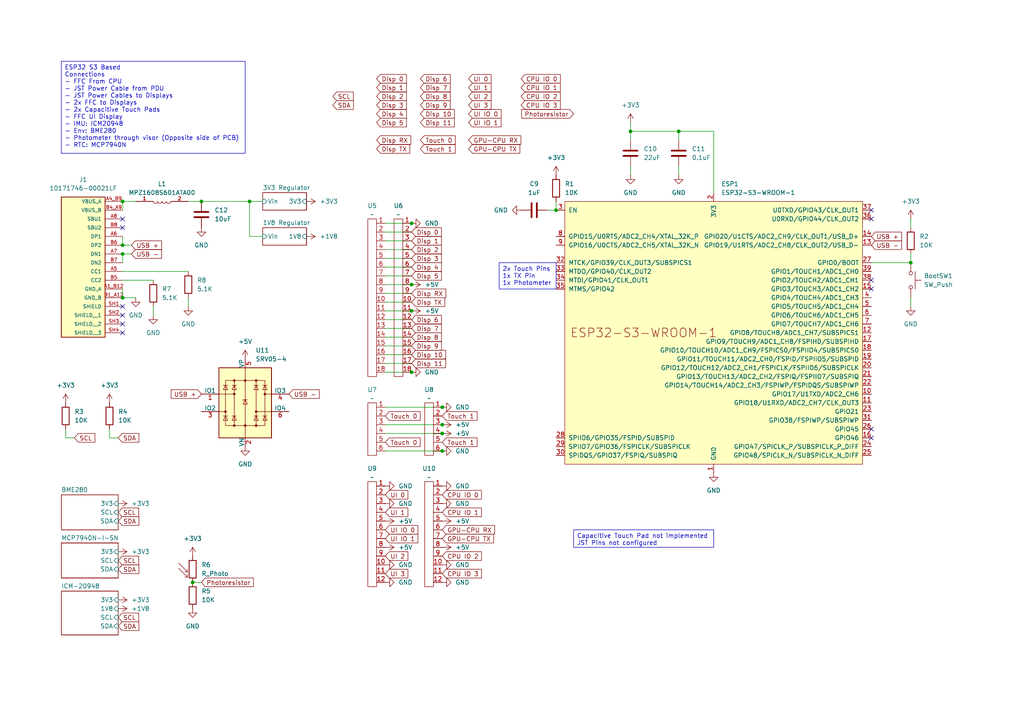
<source format=kicad_sch>
(kicad_sch (version 20231120) (generator "eeschema") (generator_version "8.0")
  (paper "A4")
  (lib_symbols
    (symbol "Device:C" (pin_numbers hide) (pin_names (offset 0.254))
      (property "Reference" "C" (at 0.635 2.54 0))
      (property "Value" "C" (at 0.635 -2.54 0))
      (symbol "C_0_1"
        (polyline (pts (xy -2.032 -0.762) (xy 2.032 -0.762)) (stroke (width 0.508)))
        (polyline (pts (xy -2.032 0.762) (xy 2.032 0.762)) (stroke (width 0.508)))
      )
      (symbol "C_1_1"
        (pin passive line (at 0 3.81 270) (length 2.794) (name "~") (number "1"))
        (pin passive line (at 0 -3.81 90) (length 2.794) (name "~") (number "2"))
      )
    )
    (symbol "Device:R" (pin_numbers hide) (pin_names (offset 0))
      (property "Reference" "R" (at 2.032 0 90))
      (property "Value" "R" (at 0 0 90))
      (symbol "R_0_1"
        (rectangle (start -1.016 -2.54) (end 1.016 2.54) (stroke (width 0.254)))
      )
      (symbol "R_1_1"
        (pin passive line (at 0 3.81 270) (length 1.27) (name "~") (number "1"))
        (pin passive line (at 0 -3.81 90) (length 1.27) (name "~") (number "2"))
      )
    )
    (symbol "Device:R_Photo" (pin_numbers hide) (pin_names (offset 0))
      (property "Reference" "R" (at 1.27 1.27 0))
      (property "Value" "R_Photo" (at 1.27 0 0))
      (symbol "R_Photo_0_1"
        (rectangle (start -1.016 2.54) (end 1.016 -2.54) (stroke (width 0.254)))
        (polyline (pts (xy -1.524 -2.286) (xy -4.064 0.254)))
        (polyline (pts (xy -1.524 -2.286) (xy -2.286 -2.286)))
        (polyline (pts (xy -1.524 -2.286) (xy -1.524 -1.524)))
        (polyline (pts (xy -1.524 -0.762) (xy -4.064 1.778)))
        (polyline (pts (xy -1.524 -0.762) (xy -2.286 -0.762)))
        (polyline (pts (xy -1.524 -0.762) (xy -1.524 0)))
      )
      (symbol "R_Photo_1_1"
        (pin passive line (at 0 3.81 270) (length 1.27) (name "~") (number "1"))
        (pin passive line (at 0 -3.81 90) (length 1.27) (name "~") (number "2"))
      )
    )
    (symbol "FCC_Connector:FFC_12P"
      (property "Reference" "U" (at 0 16.764 0))
      (symbol "FFC_12P_0_1"
        (rectangle (start -1.27 15.24) (end 1.27 -15.24))
      )
      (symbol "FFC_12P_1_1"
        (pin input line (at 3.81 13.97 180) (length 2.54) (name "") (number "1"))
        (pin input line (at 3.81 -8.89 180) (length 2.54) (name "") (number "10"))
        (pin input line (at 3.81 -11.43 180) (length 2.54) (name "") (number "11"))
        (pin input line (at 3.81 -13.97 180) (length 2.54) (name "") (number "12"))
        (pin input line (at 3.81 11.43 180) (length 2.54) (name "") (number "2"))
        (pin input line (at 3.81 8.89 180) (length 2.54) (name "") (number "3"))
        (pin input line (at 3.81 6.35 180) (length 2.54) (name "") (number "4"))
        (pin input line (at 3.81 3.81 180) (length 2.54) (name "") (number "5"))
        (pin input line (at 3.81 1.27 180) (length 2.54) (name "") (number "6"))
        (pin input line (at 3.81 -1.27 180) (length 2.54) (name "") (number "7"))
        (pin input line (at 3.81 -3.81 180) (length 2.54) (name "") (number "8"))
        (pin input line (at 3.81 -6.35 180) (length 2.54) (name "") (number "9"))
      )
    )
    (symbol "FCC_Connector:FFC_18P"
      (property "Reference" "U" (at 0 24.384 0))
      (symbol "FFC_18P_0_1"
        (rectangle (start -1.27 22.86) (end 1.27 -22.86))
      )
      (symbol "FFC_18P_1_1"
        (pin input line (at 3.81 21.59 180) (length 2.54) (name "") (number "1"))
        (pin input line (at 3.81 -1.27 180) (length 2.54) (name "") (number "10"))
        (pin input line (at 3.81 -3.81 180) (length 2.54) (name "") (number "11"))
        (pin input line (at 3.81 -6.35 180) (length 2.54) (name "") (number "12"))
        (pin input line (at 3.81 -8.89 180) (length 2.54) (name "") (number "13"))
        (pin input line (at 3.81 -11.43 180) (length 2.54) (name "") (number "14"))
        (pin input line (at 3.81 -13.97 180) (length 2.54) (name "") (number "15"))
        (pin input line (at 3.81 -16.51 180) (length 2.54) (name "") (number "16"))
        (pin input line (at 3.81 -19.05 180) (length 2.54) (name "") (number "17"))
        (pin input line (at 3.81 -21.59 180) (length 2.54) (name "") (number "18"))
        (pin input line (at 3.81 19.05 180) (length 2.54) (name "") (number "2"))
        (pin input line (at 3.81 16.51 180) (length 2.54) (name "") (number "3"))
        (pin input line (at 3.81 13.97 180) (length 2.54) (name "") (number "4"))
        (pin input line (at 3.81 11.43 180) (length 2.54) (name "") (number "5"))
        (pin input line (at 3.81 8.89 180) (length 2.54) (name "") (number "6"))
        (pin input line (at 3.81 6.35 180) (length 2.54) (name "") (number "7"))
        (pin input line (at 3.81 3.81 180) (length 2.54) (name "") (number "8"))
        (pin input line (at 3.81 1.27 180) (length 2.54) (name "") (number "9"))
      )
    )
    (symbol "FCC_Connector:FFC_6P"
      (property "Reference" "U" (at 0 9.398 0))
      (symbol "FFC_6P_0_1"
        (rectangle (start -1.27 7.62) (end 1.27 -7.62))
      )
      (symbol "FFC_6P_1_1"
        (pin input line (at 3.81 6.35 180) (length 2.54) (name "") (number "1"))
        (pin input line (at 3.81 3.81 180) (length 2.54) (name "") (number "2"))
        (pin input line (at 3.81 1.27 180) (length 2.54) (name "") (number "3"))
        (pin input line (at 3.81 -1.27 180) (length 2.54) (name "") (number "4"))
        (pin input line (at 3.81 -3.81 180) (length 2.54) (name "") (number "5"))
        (pin input line (at 3.81 -6.35 180) (length 2.54) (name "") (number "6"))
      )
    )
    (symbol "Ferrite_Bead_MPZ1608S601ATA00:MPZ1608S601ATA00" (pin_names (offset 1.016))
      (property "Reference" "L" (at -5.0885 1.9082 0))
      (property "Value" "MPZ1608S601ATA00" (at -5.0854 -2.5427 0))
      (symbol "MPZ1608S601ATA00_0_0"
        (arc (start -2.54 0) (mid -1.905 -0.5747) (end -1.27 0) (stroke (width 0.1524)))
        (arc (start -1.27 0) (mid -0.635 -0.5747) (end 0 0) (stroke (width 0.1524)))
        (arc (start 0 0) (mid 0.635 -0.5747) (end 1.27 0) (stroke (width 0.1524)))
        (arc (start 1.27 0) (mid 1.905 -0.5747) (end 2.54 0) (stroke (width 0.1524)))
        (pin passive line (at -7.62 0 0) (length 5.08) (name "~") (number "1"))
        (pin passive line (at 7.62 0 180) (length 5.08) (name "~") (number "2"))
      )
    )
    (symbol "PCM_Espressif:ESP32-S3-WROOM-1" (pin_names (offset 1.016))
      (property "Reference" "U" (at -43.18 43.18 0))
      (property "Value" "ESP32-S3-WROOM-1" (at -43.18 40.64 0))
      (symbol "ESP32-S3-WROOM-1_0_0"
        (text "ESP32-S3-WROOM-1" (at -20.32 0 0) (effects (font (size 2.54 2.54))))
        (pin power_in line (at 0 -40.64 90) (length 2.54) (name "GND") (number "1"))
        (pin bidirectional line (at 45.72 -17.78 180) (length 2.54) (name "GPIO17/U1TXD/ADC2_CH6") (number "10"))
        (pin bidirectional line (at 45.72 -20.32 180) (length 2.54) (name "GPIO18/U1RXD/ADC2_CH7/CLK_OUT3") (number "11"))
        (pin bidirectional line (at 45.72 0 180) (length 2.54) (name "GPIO8/TOUCH8/ADC1_CH7/SUBSPICS1") (number "12"))
        (pin bidirectional line (at 45.72 25.4 180) (length 2.54) (name "GPIO19/U1RTS/ADC2_CH8/CLK_OUT2/USB_D-") (number "13"))
        (pin bidirectional line (at 45.72 27.94 180) (length 2.54) (name "GPIO20/U1CTS/ADC2_CH9/CLK_OUT1/USB_D+") (number "14"))
        (pin bidirectional line (at 45.72 12.7 180) (length 2.54) (name "GPIO3/TOUCH3/ADC1_CH2") (number "15"))
        (pin bidirectional line (at 45.72 -30.48 180) (length 2.54) (name "GPIO46") (number "16"))
        (pin bidirectional line (at 45.72 -2.54 180) (length 2.54) (name "GPIO9/TOUCH9/ADC1_CH8/FSPIHD/SUBSPIHD") (number "17"))
        (pin bidirectional line (at 45.72 -5.08 180) (length 2.54) (name "GPIO10/TOUCH10/ADC1_CH9/FSPICS0/FSPIIO4/SUBSPICS0") (number "18"))
        (pin bidirectional line (at 45.72 -7.62 180) (length 2.54) (name "GPIO11/TOUCH11/ADC2_CH0/FSPID/FSPIIO5/SUBSPID") (number "19"))
        (pin power_in line (at 0 40.64 270) (length 2.54) (name "3V3") (number "2"))
        (pin bidirectional line (at 45.72 -10.16 180) (length 2.54) (name "GPIO12/TOUCH12/ADC2_CH1/FSPICLK/FSPIIO6/SUBSPICLK") (number "20"))
        (pin bidirectional line (at 45.72 -12.7 180) (length 2.54) (name "GPIO13/TOUCH13/ADC2_CH2/FSPIQ/FSPIIO7/SUBSPIQ") (number "21"))
        (pin bidirectional line (at 45.72 -15.24 180) (length 2.54) (name "GPIO14/TOUCH14/ADC2_CH3/FSPIWP/FSPIDQS/SUBSPIWP") (number "22"))
        (pin bidirectional line (at 45.72 -22.86 180) (length 2.54) (name "GPIO21") (number "23"))
        (pin bidirectional line (at 45.72 -33.02 180) (length 2.54) (name "GPIO47/SPICLK_P/SUBSPICLK_P_DIFF") (number "24"))
        (pin bidirectional line (at 45.72 -35.56 180) (length 2.54) (name "GPIO48/SPICLK_N/SUBSPICLK_N_DIFF") (number "25"))
        (pin bidirectional line (at 45.72 -27.94 180) (length 2.54) (name "GPIO45") (number "26"))
        (pin bidirectional line (at 45.72 20.32 180) (length 2.54) (name "GPIO0/BOOT") (number "27"))
        (pin bidirectional line (at -45.72 -30.48 0) (length 2.54) (name "SPIIO6/GPIO35/FSPID/SUBSPID") (number "28"))
        (pin bidirectional line (at -45.72 -33.02 0) (length 2.54) (name "SPIIO7/GPIO36/FSPICLK/SUBSPICLK") (number "29"))
        (pin input line (at -45.72 35.56 0) (length 2.54) (name "EN") (number "3"))
        (pin bidirectional line (at -45.72 -35.56 0) (length 2.54) (name "SPIDQS/GPIO37/FSPIQ/SUBSPIQ") (number "30"))
        (pin bidirectional line (at 45.72 -25.4 180) (length 2.54) (name "GPIO38/FSPIWP/SUBSPIWP") (number "31"))
        (pin bidirectional line (at -45.72 20.32 0) (length 2.54) (name "MTCK/GPIO39/CLK_OUT3/SUBSPICS1") (number "32"))
        (pin bidirectional line (at -45.72 17.78 0) (length 2.54) (name "MTDO/GPIO40/CLK_OUT2") (number "33"))
        (pin bidirectional line (at -45.72 15.24 0) (length 2.54) (name "MTDI/GPIO41/CLK_OUT1") (number "34"))
        (pin bidirectional line (at -45.72 12.7 0) (length 2.54) (name "MTMS/GPIO42") (number "35"))
        (pin bidirectional line (at 45.72 33.02 180) (length 2.54) (name "U0RXD/GPIO44/CLK_OUT2") (number "36"))
        (pin bidirectional line (at 45.72 35.56 180) (length 2.54) (name "U0TXD/GPIO43/CLK_OUT1") (number "37"))
        (pin bidirectional line (at 45.72 15.24 180) (length 2.54) (name "GPIO2/TOUCH2/ADC1_CH1") (number "38"))
        (pin bidirectional line (at 45.72 17.78 180) (length 2.54) (name "GPIO1/TOUCH1/ADC1_CH0") (number "39"))
        (pin bidirectional line (at 45.72 10.16 180) (length 2.54) (name "GPIO4/TOUCH4/ADC1_CH3") (number "4"))
        (pin passive line (at 0 -40.64 90) (length 2.54) hide (name "GND") (number "40"))
        (pin passive line (at 0 -40.64 90) (length 2.54) hide (name "GND") (number "41"))
        (pin bidirectional line (at 45.72 7.62 180) (length 2.54) (name "GPIO5/TOUCH5/ADC1_CH4") (number "5"))
        (pin bidirectional line (at 45.72 5.08 180) (length 2.54) (name "GPIO6/TOUCH6/ADC1_CH5") (number "6"))
        (pin bidirectional line (at 45.72 2.54 180) (length 2.54) (name "GPIO7/TOUCH7/ADC1_CH6") (number "7"))
        (pin bidirectional line (at -45.72 27.94 0) (length 2.54) (name "GPIO15/U0RTS/ADC2_CH4/XTAL_32K_P") (number "8"))
        (pin bidirectional line (at -45.72 25.4 0) (length 2.54) (name "GPIO16/U0CTS/ADC2_CH5/XTAL_32K_N") (number "9"))
      )
      (symbol "ESP32-S3-WROOM-1_0_1"
        (rectangle (start -43.18 38.1) (end 43.18 -38.1) (fill (type background)))
      )
    )
    (symbol "Power_Protection:SRV05-4" (pin_names (offset 0))
      (property "Reference" "U" (at -5.08 11.43 0))
      (property "Value" "SRV05-4" (at 2.54 11.43 0))
      (symbol "SRV05-4_0_0"
        (rectangle (start -5.715 6.477) (end 5.715 -6.604))
        (polyline (pts (xy -3.175 -6.604) (xy -3.175 6.477)))
        (polyline (pts (xy 3.175 6.477) (xy 3.175 -6.604)))
      )
      (symbol "SRV05-4_0_1"
        (rectangle (start -7.62 10.16) (end 7.62 -10.16) (stroke (width 0.254)) (fill (type background)))
        (circle (center -5.715 -2.54) (radius 0.2794) (fill (type outline)))
        (circle (center -3.175 -6.604) (radius 0.2794) (fill (type outline)))
        (circle (center -3.175 2.54) (radius 0.2794) (fill (type outline)))
        (circle (center -3.175 6.477) (radius 0.2794) (fill (type outline)))
        (circle (center 0 -6.604) (radius 0.2794) (fill (type outline)))
        (polyline (pts (xy -7.747 2.54) (xy -3.175 2.54)))
        (polyline (pts (xy -7.62 -2.54) (xy -5.715 -2.54)))
        (polyline (pts (xy -5.08 -3.81) (xy -6.35 -3.81)))
        (polyline (pts (xy -5.08 5.08) (xy -6.35 5.08)))
        (polyline (pts (xy -2.54 -3.81) (xy -3.81 -3.81)))
        (polyline (pts (xy -2.54 5.08) (xy -3.81 5.08)))
        (polyline (pts (xy 0 10.16) (xy 0 -10.16)))
        (polyline (pts (xy 3.81 -3.81) (xy 2.54 -3.81)))
        (polyline (pts (xy 3.81 5.08) (xy 2.54 5.08)))
        (polyline (pts (xy 6.35 -3.81) (xy 5.08 -3.81)))
        (polyline (pts (xy 6.35 5.08) (xy 5.08 5.08)))
        (polyline (pts (xy 7.62 -2.54) (xy 3.175 -2.54)))
        (polyline (pts (xy 7.62 2.54) (xy 5.715 2.54)))
        (polyline (pts (xy 0.635 0.889) (xy -0.635 0.889) (xy -0.635 0.635)))
        (polyline (pts (xy -5.08 -5.08) (xy -6.35 -5.08) (xy -5.715 -3.81) (xy -5.08 -5.08)))
        (polyline (pts (xy -5.08 3.81) (xy -6.35 3.81) (xy -5.715 5.08) (xy -5.08 3.81)))
        (polyline (pts (xy -2.54 -5.08) (xy -3.81 -5.08) (xy -3.175 -3.81) (xy -2.54 -5.08)))
        (polyline (pts (xy -2.54 3.81) (xy -3.81 3.81) (xy -3.175 5.08) (xy -2.54 3.81)))
        (polyline (pts (xy 0.635 -0.381) (xy -0.635 -0.381) (xy 0 0.889) (xy 0.635 -0.381)))
        (polyline (pts (xy 3.81 -5.08) (xy 2.54 -5.08) (xy 3.175 -3.81) (xy 3.81 -5.08)))
        (polyline (pts (xy 3.81 3.81) (xy 2.54 3.81) (xy 3.175 5.08) (xy 3.81 3.81)))
        (polyline (pts (xy 6.35 -5.08) (xy 5.08 -5.08) (xy 5.715 -3.81) (xy 6.35 -5.08)))
        (polyline (pts (xy 6.35 3.81) (xy 5.08 3.81) (xy 5.715 5.08) (xy 6.35 3.81)))
        (circle (center 0 6.477) (radius 0.2794) (fill (type outline)))
        (circle (center 3.175 -6.604) (radius 0.2794) (fill (type outline)))
        (circle (center 3.175 -2.54) (radius 0.2794) (fill (type outline)))
        (circle (center 3.175 6.477) (radius 0.2794) (fill (type outline)))
        (circle (center 5.715 2.54) (radius 0.2794) (fill (type outline)))
      )
      (symbol "SRV05-4_1_1"
        (pin passive line (at -12.7 2.54 0) (length 5.08) (name "IO1") (number "1"))
        (pin passive line (at 0 -12.7 90) (length 2.54) (name "VN") (number "2"))
        (pin passive line (at -12.7 -2.54 0) (length 5.08) (name "IO2") (number "3"))
        (pin passive line (at 12.7 2.54 180) (length 5.08) (name "IO3") (number "4"))
        (pin passive line (at 0 12.7 270) (length 2.54) (name "VP") (number "5"))
        (pin passive line (at 12.7 -2.54 180) (length 5.08) (name "IO4") (number "6"))
      )
    )
    (symbol "Switch:SW_Push" (pin_numbers hide) (pin_names (offset 1.016) hide)
      (property "Reference" "SW" (at 1.27 2.54 0))
      (property "Value" "SW_Push" (at 0 -1.524 0))
      (symbol "SW_Push_0_1"
        (circle (center -2.032 0) (radius 0.508))
        (polyline (pts (xy 0 1.27) (xy 0 3.048)))
        (polyline (pts (xy 2.54 1.27) (xy -2.54 1.27)))
        (circle (center 2.032 0) (radius 0.508))
        (pin passive line (at -5.08 0 0) (length 2.54) (name "1") (number "1"))
        (pin passive line (at 5.08 0 180) (length 2.54) (name "2") (number "2"))
      )
    )
    (symbol "USBC_10171746_00021LF:10171746-00021LF" (pin_names (offset 1.016))
      (property "Reference" "J2" (at 0 17.78 0))
      (property "Value" "10171746-00021LF" (at 0 15.24 0))
      (symbol "10171746-00021LF_0_0"
        (rectangle (start -6.35 12.7) (end 6.35 -27.94) (stroke (width 0.254)) (fill (type background)))
        (pin power_in line (at 11.43 -13.97 180) (length 5.08) (name "GND_A") (number "A1_B12"))
        (pin power_in line (at 11.43 11.43 180) (length 5.08) (name "VBUS_A") (number "A4_B9"))
        (pin bidirectional line (at 11.43 -8.89 180) (length 5.08) (name "CC1") (number "A5"))
        (pin bidirectional line (at 11.43 1.27 180) (length 5.08) (name "DP1") (number "A6"))
        (pin bidirectional line (at 11.43 -3.81 180) (length 5.08) (name "DN1") (number "A7"))
        (pin bidirectional line (at 11.43 6.35 180) (length 5.08) (name "SBU1") (number "A8"))
        (pin power_in line (at 11.43 -16.51 180) (length 5.08) (name "GND_B") (number "B1_A12"))
        (pin power_in line (at 11.43 8.89 180) (length 5.08) (name "VBUS_B") (number "B4_A9"))
        (pin bidirectional line (at 11.43 -11.43 180) (length 5.08) (name "CC2") (number "B5"))
        (pin bidirectional line (at 11.43 -1.27 180) (length 5.08) (name "DP2") (number "B6"))
        (pin bidirectional line (at 11.43 -6.35 180) (length 5.08) (name "DN2") (number "B7"))
        (pin bidirectional line (at 11.43 3.81 180) (length 5.08) (name "SBU2") (number "B8"))
        (pin passive line (at 11.43 -19.05 180) (length 5.08) (name "SHIELD") (number "SH1"))
        (pin passive line (at 11.43 -21.59 180) (length 5.08) (name "SHIELD__1") (number "SH2"))
        (pin passive line (at 11.43 -24.13 180) (length 5.08) (name "SHIELD__2") (number "SH3"))
        (pin passive line (at 11.43 -26.67 180) (length 5.08) (name "SHIELD__3") (number "SH4"))
      )
    )
    (symbol "power:+1V8" (power) (pin_numbers hide) (pin_names (offset 0) hide)
      (property "Value" "+1V8" (at 0 3.556 0))
      (symbol "+1V8_0_1"
        (polyline (pts (xy -0.762 1.27) (xy 0 2.54)))
        (polyline (pts (xy 0 0) (xy 0 2.54)))
        (polyline (pts (xy 0 2.54) (xy 0.762 1.27)))
      )
      (symbol "+1V8_1_1"
        (pin power_in line (at 0 0 90) (length 0) (name "~") (number "1"))
      )
    )
    (symbol "power:+3V3" (power) (pin_numbers hide) (pin_names (offset 0) hide)
      (property "Value" "+3V3" (at 0 3.556 0))
      (symbol "+3V3_0_1"
        (polyline (pts (xy -0.762 1.27) (xy 0 2.54)))
        (polyline (pts (xy 0 0) (xy 0 2.54)))
        (polyline (pts (xy 0 2.54) (xy 0.762 1.27)))
      )
      (symbol "+3V3_1_1"
        (pin power_in line (at 0 0 90) (length 0) (name "~") (number "1"))
      )
    )
    (symbol "power:+5V" (power) (pin_numbers hide) (pin_names (offset 0) hide)
      (property "Value" "+5V" (at 0 3.556 0))
      (symbol "+5V_0_1"
        (polyline (pts (xy -0.762 1.27) (xy 0 2.54)))
        (polyline (pts (xy 0 0) (xy 0 2.54)))
        (polyline (pts (xy 0 2.54) (xy 0.762 1.27)))
      )
      (symbol "+5V_1_1"
        (pin power_in line (at 0 0 90) (length 0) (name "~") (number "1"))
      )
    )
    (symbol "power:GND" (power) (pin_numbers hide) (pin_names (offset 0) hide)
      (property "Value" "GND" (at 0 -3.81 0))
      (symbol "GND_0_1"
        (polyline (pts (xy 0 0) (xy 0 -1.27) (xy 1.27 -1.27) (xy 0 -2.54) (xy -1.27 -1.27) (xy 0 -1.27)))
      )
      (symbol "GND_1_1"
        (pin power_in line (at 0 0 270) (length 0) (name "~") (number "1"))
      )
    )
  )
  (junction (at 128.27 130.81))
  (junction (at 161.29 60.96))
  (junction (at 35.56 86.36))
  (junction (at 128.27 123.19))
  (junction (at 196.85 38.1))
  (junction (at 119.38 90.17))
  (junction (at 128.27 118.11))
  (junction (at 119.38 107.95))
  (junction (at 55.88 168.91))
  (junction (at 72.39 58.42))
  (junction (at 35.56 71.12))
  (junction (at 128.27 125.73))
  (junction (at 119.38 82.55))
  (junction (at 119.38 64.77))
  (junction (at 58.42 58.42))
  (junction (at 182.88 38.1))
  (junction (at 264.16 76.2))
  (junction (at 35.56 73.66))
  (junction (at 35.56 58.42))
  (no_connect (at 252.73 81.28))
  (no_connect (at 252.73 124.46))
  (no_connect (at 35.56 63.5))
  (no_connect (at 35.56 96.52))
  (no_connect (at 252.73 83.82))
  (no_connect (at 35.56 66.04))
  (no_connect (at 252.73 63.5))
  (no_connect (at 35.56 91.44))
  (no_connect (at 252.73 60.96))
  (no_connect (at 252.73 127))
  (no_connect (at 35.56 88.9))
  (no_connect (at 35.56 93.98))
  (wire (pts (xy 19.05 127) (xy 19.05 124.46)))
  (wire (pts (xy 196.85 48.26) (xy 196.85 50.8)))
  (wire (pts (xy 158.75 60.96) (xy 161.29 60.96)))
  (wire (pts (xy 111.76 100.33) (xy 119.38 100.33)))
  (wire (pts (xy 111.76 77.47) (xy 119.38 77.47)))
  (wire (pts (xy 182.88 35.56) (xy 182.88 38.1)))
  (wire (pts (xy 182.88 38.1) (xy 182.88 40.64)))
  (wire (pts (xy 35.56 86.36) (xy 35.56 83.82)))
  (wire (pts (xy 76.2 68.58) (xy 72.39 68.58)))
  (wire (pts (xy 39.37 86.36) (xy 35.56 86.36)))
  (wire (pts (xy 111.76 118.11) (xy 128.27 118.11)))
  (wire (pts (xy 111.76 102.87) (xy 119.38 102.87)))
  (wire (pts (xy 111.76 105.41) (xy 119.38 105.41)))
  (wire (pts (xy 72.39 68.58) (xy 72.39 58.42)))
  (wire (pts (xy 182.88 48.26) (xy 182.88 50.8)))
  (wire (pts (xy 196.85 38.1) (xy 196.85 40.64)))
  (wire (pts (xy 111.76 90.17) (xy 119.38 90.17)))
  (wire (pts (xy 19.05 127) (xy 21.59 127)))
  (wire (pts (xy 54.61 58.42) (xy 58.42 58.42)))
  (wire (pts (xy 44.45 88.9) (xy 44.45 91.44)))
  (wire (pts (xy 182.88 38.1) (xy 196.85 38.1)))
  (wire (pts (xy 111.76 85.09) (xy 119.38 85.09)))
  (wire (pts (xy 34.29 127) (xy 31.75 127)))
  (wire (pts (xy 111.76 67.31) (xy 119.38 67.31)))
  (wire (pts (xy 111.76 69.85) (xy 119.38 69.85)))
  (wire (pts (xy 31.75 127) (xy 31.75 124.46)))
  (wire (pts (xy 111.76 87.63) (xy 119.38 87.63)))
  (wire (pts (xy 161.29 58.42) (xy 161.29 60.96)))
  (wire (pts (xy 111.76 107.95) (xy 119.38 107.95)))
  (wire (pts (xy 111.76 97.79) (xy 119.38 97.79)))
  (wire (pts (xy 58.42 58.42) (xy 72.39 58.42)))
  (wire (pts (xy 111.76 92.71) (xy 119.38 92.71)))
  (wire (pts (xy 196.85 38.1) (xy 207.01 38.1)))
  (wire (pts (xy 72.39 58.42) (xy 76.2 58.42)))
  (wire (pts (xy 111.76 82.55) (xy 119.38 82.55)))
  (wire (pts (xy 111.76 64.77) (xy 119.38 64.77)))
  (wire (pts (xy 111.76 125.73) (xy 128.27 125.73)))
  (wire (pts (xy 111.76 95.25) (xy 119.38 95.25)))
  (wire (pts (xy 35.56 60.96) (xy 35.56 58.42)))
  (wire (pts (xy 111.76 80.01) (xy 119.38 80.01)))
  (wire (pts (xy 252.73 76.2) (xy 264.16 76.2)))
  (wire (pts (xy 38.1 71.12) (xy 35.56 71.12)))
  (wire (pts (xy 264.16 73.66) (xy 264.16 76.2)))
  (wire (pts (xy 58.42 168.91) (xy 55.88 168.91)))
  (wire (pts (xy 35.56 81.28) (xy 44.45 81.28)))
  (wire (pts (xy 264.16 63.5) (xy 264.16 66.04)))
  (wire (pts (xy 35.56 68.58) (xy 35.56 71.12)))
  (wire (pts (xy 35.56 73.66) (xy 35.56 76.2)))
  (wire (pts (xy 54.61 86.36) (xy 54.61 88.9)))
  (wire (pts (xy 111.76 74.93) (xy 119.38 74.93)))
  (wire (pts (xy 111.76 130.81) (xy 128.27 130.81)))
  (wire (pts (xy 207.01 38.1) (xy 207.01 55.88)))
  (wire (pts (xy 111.76 72.39) (xy 119.38 72.39)))
  (wire (pts (xy 38.1 73.66) (xy 35.56 73.66)))
  (wire (pts (xy 264.16 88.9) (xy 264.16 86.36)))
  (wire (pts (xy 35.56 78.74) (xy 54.61 78.74)))
  (wire (pts (xy 111.76 123.19) (xy 128.27 123.19)))
  (wire (pts (xy 35.56 58.42) (xy 39.37 58.42)))
  (text_box "Capacitive Touch Pad not implemented\nJST Pins not configured" (at 166.37 153.67 0) (size 40.64 5.08) (effects (font (size 1.27 1.27)) (justify left top)))
  (text_box "2x Touch Pins\n1x TX Pin\n1x Photometer" (at 144.78 76.2 0) (size 16.51 7.62) (effects (font (size 1.27 1.27)) (justify left top)))
  (text_box "ESP32 S3 Based\nConnections\n- FFC From CPU\n- JST Power Cable from PDU\n- JST Power Cables to Displays\n- 2x FFC to Displays\n- 2x Capacitive Touch Pads\n- FFC UI Display\n- IMU: ICM20948\n- Env: BME280\n- Photometer through visor (Opposite side of PCB)\n- RTC: MCP7940N" (at 17.78 17.78 0) (size 53.34 26.67) (effects (font (size 1.27 1.27)) (justify left top)))
  (global_label "Disp 10" (shape input) (at 119.38 102.87 0) (property "Intersheetrefs" "${INTERSHEET_REFS}" (effects (hide yes))))
  (global_label "USB +" (shape input) (at 58.42 114.3 180) (property "Intersheetrefs" "${INTERSHEET_REFS}" (effects (hide yes))))
  (global_label "Disp 8" (shape input) (at 119.38 97.79 0) (property "Intersheetrefs" "${INTERSHEET_REFS}" (effects (hide yes))))
  (global_label "SCL" (shape input) (at 21.59 127 0) (property "Intersheetrefs" "${INTERSHEET_REFS}" (effects (hide yes))))
  (global_label "Disp 4" (shape input) (at 109.22 33.02 0) (property "Intersheetrefs" "${INTERSHEET_REFS}" (effects (hide yes))))
  (global_label "SCL" (shape input) (at 34.29 162.56 0) (property "Intersheetrefs" "${INTERSHEET_REFS}" (effects (hide yes))))
  (global_label "Touch 0" (shape input) (at 111.76 128.27 0) (property "Intersheetrefs" "${INTERSHEET_REFS}" (effects (hide yes))))
  (global_label "USB +" (shape input) (at 252.73 68.58 0) (property "Intersheetrefs" "${INTERSHEET_REFS}" (effects (hide yes))))
  (global_label "Disp 7" (shape input) (at 119.38 95.25 0) (property "Intersheetrefs" "${INTERSHEET_REFS}" (effects (hide yes))))
  (global_label "SDA" (shape input) (at 34.29 127 0) (property "Intersheetrefs" "${INTERSHEET_REFS}" (effects (hide yes))))
  (global_label "Disp 0" (shape input) (at 119.38 67.31 0) (property "Intersheetrefs" "${INTERSHEET_REFS}" (effects (hide yes))))
  (global_label "Disp 11" (shape input) (at 121.92 35.56 0) (property "Intersheetrefs" "${INTERSHEET_REFS}" (effects (hide yes))))
  (global_label "UI 2" (shape input) (at 135.89 27.94 0) (property "Intersheetrefs" "${INTERSHEET_REFS}" (effects (hide yes))))
  (global_label "SCL" (shape input) (at 96.52 27.94 0) (property "Intersheetrefs" "${INTERSHEET_REFS}" (effects (hide yes))))
  (global_label "Disp 2" (shape input) (at 119.38 72.39 0) (property "Intersheetrefs" "${INTERSHEET_REFS}" (effects (hide yes))))
  (global_label "CPU IO 1" (shape input) (at 151.13 25.4 0) (property "Intersheetrefs" "${INTERSHEET_REFS}" (effects (hide yes))))
  (global_label "UI IO 1" (shape input) (at 111.76 156.21 0) (property "Intersheetrefs" "${INTERSHEET_REFS}" (effects (hide yes))))
  (global_label "Disp 3" (shape input) (at 119.38 74.93 0) (property "Intersheetrefs" "${INTERSHEET_REFS}" (effects (hide yes))))
  (global_label "Disp 6" (shape input) (at 121.92 22.86 0) (property "Intersheetrefs" "${INTERSHEET_REFS}" (effects (hide yes))))
  (global_label "Touch 0" (shape input) (at 111.76 120.65 0) (property "Intersheetrefs" "${INTERSHEET_REFS}" (effects (hide yes))))
  (global_label "Disp 0" (shape input) (at 109.22 22.86 0) (property "Intersheetrefs" "${INTERSHEET_REFS}" (effects (hide yes))))
  (global_label "CPU IO 2" (shape input) (at 128.27 161.29 0) (property "Intersheetrefs" "${INTERSHEET_REFS}" (effects (hide yes))))
  (global_label "SDA" (shape input) (at 96.52 30.48 0) (property "Intersheetrefs" "${INTERSHEET_REFS}" (effects (hide yes))))
  (global_label "USB -" (shape input) (at 83.82 114.3 0) (property "Intersheetrefs" "${INTERSHEET_REFS}" (effects (hide yes))))
  (global_label "UI 0" (shape input) (at 135.89 22.86 0) (property "Intersheetrefs" "${INTERSHEET_REFS}" (effects (hide yes))))
  (global_label "GPU-CPU RX" (shape input) (at 128.27 153.67 0) (property "Intersheetrefs" "${INTERSHEET_REFS}" (effects (hide yes))))
  (global_label "CPU IO 3" (shape input) (at 128.27 166.37 0) (property "Intersheetrefs" "${INTERSHEET_REFS}" (effects (hide yes))))
  (global_label "UI 1" (shape input) (at 135.89 25.4 0) (property "Intersheetrefs" "${INTERSHEET_REFS}" (effects (hide yes))))
  (global_label "UI 0" (shape input) (at 111.76 143.51 0) (property "Intersheetrefs" "${INTERSHEET_REFS}" (effects (hide yes))))
  (global_label "Touch 1" (shape input) (at 121.92 43.18 0) (property "Intersheetrefs" "${INTERSHEET_REFS}" (effects (hide yes))))
  (global_label "GPU-CPU TX" (shape input) (at 128.27 156.21 0) (property "Intersheetrefs" "${INTERSHEET_REFS}" (effects (hide yes))))
  (global_label "SCL" (shape input) (at 34.29 148.59 0) (property "Intersheetrefs" "${INTERSHEET_REFS}" (effects (hide yes))))
  (global_label "SCL" (shape input) (at 34.29 179.07 0) (property "Intersheetrefs" "${INTERSHEET_REFS}" (effects (hide yes))))
  (global_label "CPU IO 0" (shape input) (at 128.27 143.51 0) (property "Intersheetrefs" "${INTERSHEET_REFS}" (effects (hide yes))))
  (global_label "Touch 1" (shape input) (at 128.27 128.27 0) (property "Intersheetrefs" "${INTERSHEET_REFS}" (effects (hide yes))))
  (global_label "Disp 7" (shape input) (at 121.92 25.4 0) (property "Intersheetrefs" "${INTERSHEET_REFS}" (effects (hide yes))))
  (global_label "SDA" (shape input) (at 34.29 151.13 0) (property "Intersheetrefs" "${INTERSHEET_REFS}" (effects (hide yes))))
  (global_label "USB -" (shape input) (at 38.1 73.66 0) (property "Intersheetrefs" "${INTERSHEET_REFS}" (effects (hide yes))))
  (global_label "Photoresistor" (shape input) (at 166.37 33.02 180) (property "Intersheetrefs" "${INTERSHEET_REFS}" (effects (hide yes))))
  (global_label "UI IO 0" (shape input) (at 135.89 33.02 0) (property "Intersheetrefs" "${INTERSHEET_REFS}" (effects (hide yes))))
  (global_label "Disp 9" (shape input) (at 121.92 30.48 0) (property "Intersheetrefs" "${INTERSHEET_REFS}" (effects (hide yes))))
  (global_label "Disp TX" (shape input) (at 109.22 43.18 0) (property "Intersheetrefs" "${INTERSHEET_REFS}" (effects (hide yes))))
  (global_label "USB +" (shape input) (at 38.1 71.12 0) (property "Intersheetrefs" "${INTERSHEET_REFS}" (effects (hide yes))))
  (global_label "GPU-CPU RX" (shape input) (at 135.89 40.64 0) (property "Intersheetrefs" "${INTERSHEET_REFS}" (effects (hide yes))))
  (global_label "Disp 10" (shape input) (at 121.92 33.02 0) (property "Intersheetrefs" "${INTERSHEET_REFS}" (effects (hide yes))))
  (global_label "Disp 3" (shape input) (at 109.22 30.48 0) (property "Intersheetrefs" "${INTERSHEET_REFS}" (effects (hide yes))))
  (global_label "Disp 1" (shape input) (at 119.38 69.85 0) (property "Intersheetrefs" "${INTERSHEET_REFS}" (effects (hide yes))))
  (global_label "CPU IO 2" (shape input) (at 151.13 27.94 0) (property "Intersheetrefs" "${INTERSHEET_REFS}" (effects (hide yes))))
  (global_label "USB -" (shape input) (at 252.73 71.12 0) (property "Intersheetrefs" "${INTERSHEET_REFS}" (effects (hide yes))))
  (global_label "GPU-CPU TX" (shape input) (at 135.89 43.18 0) (property "Intersheetrefs" "${INTERSHEET_REFS}" (effects (hide yes))))
  (global_label "Disp 1" (shape input) (at 109.22 25.4 0) (property "Intersheetrefs" "${INTERSHEET_REFS}" (effects (hide yes))))
  (global_label "Disp TX" (shape input) (at 119.38 87.63 0) (property "Intersheetrefs" "${INTERSHEET_REFS}" (effects (hide yes))))
  (global_label "Disp RX" (shape input) (at 119.38 85.09 0) (property "Intersheetrefs" "${INTERSHEET_REFS}" (effects (hide yes))))
  (global_label "UI 2" (shape input) (at 111.76 161.29 0) (property "Intersheetrefs" "${INTERSHEET_REFS}" (effects (hide yes))))
  (global_label "Disp RX" (shape input) (at 109.22 40.64 0) (property "Intersheetrefs" "${INTERSHEET_REFS}" (effects (hide yes))))
  (global_label "CPU IO 1" (shape input) (at 128.27 148.59 0) (property "Intersheetrefs" "${INTERSHEET_REFS}" (effects (hide yes))))
  (global_label "UI 1" (shape input) (at 111.76 148.59 0) (property "Intersheetrefs" "${INTERSHEET_REFS}" (effects (hide yes))))
  (global_label "Disp 8" (shape input) (at 121.92 27.94 0) (property "Intersheetrefs" "${INTERSHEET_REFS}" (effects (hide yes))))
  (global_label "Disp 5" (shape input) (at 119.38 80.01 0) (property "Intersheetrefs" "${INTERSHEET_REFS}" (effects (hide yes))))
  (global_label "Disp 6" (shape input) (at 119.38 92.71 0) (property "Intersheetrefs" "${INTERSHEET_REFS}" (effects (hide yes))))
  (global_label "Photoresistor" (shape input) (at 58.42 168.91 0) (property "Intersheetrefs" "${INTERSHEET_REFS}" (effects (hide yes))))
  (global_label "Disp 11" (shape input) (at 119.38 105.41 0) (property "Intersheetrefs" "${INTERSHEET_REFS}" (effects (hide yes))))
  (global_label "Disp 2" (shape input) (at 109.22 27.94 0) (property "Intersheetrefs" "${INTERSHEET_REFS}" (effects (hide yes))))
  (global_label "CPU IO 3" (shape input) (at 151.13 30.48 0) (property "Intersheetrefs" "${INTERSHEET_REFS}" (effects (hide yes))))
  (global_label "Disp 9" (shape input) (at 119.38 100.33 0) (property "Intersheetrefs" "${INTERSHEET_REFS}" (effects (hide yes))))
  (global_label "Disp 4" (shape input) (at 119.38 77.47 0) (property "Intersheetrefs" "${INTERSHEET_REFS}" (effects (hide yes))))
  (global_label "Touch 0" (shape input) (at 121.92 40.64 0) (property "Intersheetrefs" "${INTERSHEET_REFS}" (effects (hide yes))))
  (global_label "UI IO 0" (shape input) (at 111.76 153.67 0) (property "Intersheetrefs" "${INTERSHEET_REFS}" (effects (hide yes))))
  (global_label "UI 3" (shape input) (at 111.76 166.37 0) (property "Intersheetrefs" "${INTERSHEET_REFS}" (effects (hide yes))))
  (global_label "CPU IO 0" (shape input) (at 151.13 22.86 0) (property "Intersheetrefs" "${INTERSHEET_REFS}" (effects (hide yes))))
  (global_label "UI IO 1" (shape input) (at 135.89 35.56 0) (property "Intersheetrefs" "${INTERSHEET_REFS}" (effects (hide yes))))
  (global_label "Disp 5" (shape input) (at 109.22 35.56 0) (property "Intersheetrefs" "${INTERSHEET_REFS}" (effects (hide yes))))
  (global_label "SDA" (shape input) (at 34.29 165.1 0) (property "Intersheetrefs" "${INTERSHEET_REFS}" (effects (hide yes))))
  (global_label "Touch 1" (shape input) (at 128.27 120.65 0) (property "Intersheetrefs" "${INTERSHEET_REFS}" (effects (hide yes))))
  (global_label "SDA" (shape input) (at 34.29 181.61 0) (property "Intersheetrefs" "${INTERSHEET_REFS}" (effects (hide yes))))
  (global_label "UI 3" (shape input) (at 135.89 30.48 0) (property "Intersheetrefs" "${INTERSHEET_REFS}" (effects (hide yes))))
  (symbol (lib_id "Device:R") (at 161.29 54.61 0) (unit 1)
    (property "Reference" "R1" (at 163.83 53.3399 0) (effects (justify left)))
    (property "Value" "10K" (at 163.83 55.8799 0) (effects (justify left)))
    (property "Footprint" "Resistor_SMD:R_0603_1608Metric" (effects (hide yes)))
    (property "Description" "Resistor" (effects (hide yes)))
  )
  (symbol (lib_id "power:+5V") (at 111.76 158.75 270) (unit 1)
    (property "Reference" "#PWR045" (effects (hide yes)))
    (property "Value" "+5V" (at 115.57 158.7499 90) (effects (justify left)))
    (property "Description" "Power symbol creates a global label with name \"+5V\"" (effects (hide yes)))
  )
  (symbol (lib_id "FCC_Connector:FFC_6P") (at 107.95 124.46 0) (unit 1)
    (property "Reference" "U7" (at 107.95 113.03 0))
    (property "Value" "~" (at 107.95 115.57 0))
  )
  (symbol (lib_id "power:GND") (at 58.42 66.04 0) (unit 1)
    (property "Reference" "#PWR057" (effects (hide yes)))
    (property "Value" "GND" (at 58.42 71.12 0))
    (property "Description" "Power symbol creates a global label with name \"GND\" , ground" (effects (hide yes)))
  )
  (symbol (lib_id "power:+3V3") (at 55.88 161.29 0) (unit 1)
    (property "Reference" "#PWR052" (effects (hide yes)))
    (property "Value" "+3V3" (at 55.88 156.21 0))
    (property "Description" "Power symbol creates a global label with name \"+3V3\"" (effects (hide yes)))
  )
  (symbol (lib_id "power:+3V3") (at 88.9 58.42 270) (unit 1)
    (property "Reference" "#PWR038" (effects (hide yes)))
    (property "Value" "+3V3" (at 92.71 58.4199 90) (effects (justify left)))
    (property "Description" "Power symbol creates a global label with name \"+3V3\"" (effects (hide yes)))
  )
  (symbol (lib_id "power:GND") (at 128.27 130.81 90) (unit 1)
    (property "Reference" "#PWR035" (effects (hide yes)))
    (property "Value" "GND" (at 132.08 130.8099 90) (effects (justify right)))
    (property "Description" "Power symbol creates a global label with name \"GND\" , ground" (effects (hide yes)))
  )
  (symbol (lib_id "power:GND") (at 128.27 118.11 90) (unit 1)
    (property "Reference" "#PWR034" (effects (hide yes)))
    (property "Value" "GND" (at 132.08 118.1099 90) (effects (justify right)))
    (property "Description" "Power symbol creates a global label with name \"GND\" , ground" (effects (hide yes)))
  )
  (symbol (lib_id "FCC_Connector:FFC_6P") (at 124.46 124.46 0) (unit 1)
    (property "Reference" "U8" (at 124.46 113.03 0))
    (property "Value" "~" (at 124.46 115.57 0))
  )
  (symbol (lib_id "power:+3V3") (at 264.16 63.5 0) (unit 1)
    (property "Reference" "#PWR022" (effects (hide yes)))
    (property "Value" "+3V3" (at 264.16 58.42 0))
    (property "Description" "Power symbol creates a global label with name \"+3V3\"" (effects (hide yes)))
  )
  (symbol (lib_id "power:+3V3") (at 34.29 173.99 270) (unit 1)
    (property "Reference" "#PWR026" (effects (hide yes)))
    (property "Value" "+3V3" (at 38.1 173.9899 90) (effects (justify left)))
    (property "Description" "Power symbol creates a global label with name \"+3V3\"" (effects (hide yes)))
  )
  (symbol (lib_id "Device:R") (at 55.88 172.72 0) (unit 1)
    (property "Reference" "R5" (at 58.42 171.4499 0) (effects (justify left)))
    (property "Value" "10K" (at 58.42 173.9899 0) (effects (justify left)))
    (property "Description" "Resistor" (effects (hide yes)))
  )
  (symbol (lib_id "power:+3V3") (at 161.29 50.8 0) (unit 1)
    (property "Reference" "#PWR016" (effects (hide yes)))
    (property "Value" "+3V3" (at 161.29 45.72 0))
    (property "Description" "Power symbol creates a global label with name \"+3V3\"" (effects (hide yes)))
  )
  (symbol (lib_id "PCM_Espressif:ESP32-S3-WROOM-1") (at 207.01 96.52 0) (unit 1)
    (property "Reference" "ESP1" (at 209.2041 53.34 0) (effects (justify left)))
    (property "Value" "ESP32-S3-WROOM-1" (at 209.2041 55.88 0) (effects (justify left)))
    (property "Footprint" "PCM_Espressif:ESP32-S3-WROOM-1U" (effects (hide yes)))
    (property "Datasheet" "https://www.espressif.com/sites/default/files/documentation/esp32-s3-wroom-1_wroom-1u_datasheet_en.pdf" (effects (hide yes)))
    (property "Description" "2.4 GHz WiFi (802.11 b/g/n) and Bluetooth ® 5 (LE) module Built around ESP32S3 series of SoCs, Xtensa ® dualcore 32bit LX7 microprocessor Flash up to 16 MB, PSRAM up to 8 MB 36 GPIOs, rich set of peripherals Onboard PCB antenna" (effects (hide yes)))
  )
  (symbol (lib_id "FCC_Connector:FFC_12P") (at 107.95 154.94 0) (unit 1)
    (property "Reference" "U9" (at 107.95 135.89 0))
    (property "Value" "~" (at 107.95 138.43 0))
  )
  (symbol (lib_id "Device:C") (at 182.88 44.45 0) (unit 1)
    (property "Reference" "C10" (at 186.69 43.1799 0) (effects (justify left)))
    (property "Value" "22uF" (at 186.69 45.7199 0) (effects (justify left)))
    (property "Footprint" "Capacitor_SMD:C_0603_1608Metric_Pad1.08x0.95mm_HandSolder" (effects (hide yes)))
    (property "Description" "Unpolarized capacitor" (effects (hide yes)))
  )
  (symbol (lib_id "FCC_Connector:FFC_18P") (at 115.57 86.36 0) (unit 1)
    (property "Reference" "U6" (at 115.57 59.69 0))
    (property "Value" "~" (at 115.57 62.23 0))
    (property "Footprint" "FFC_Connector:FFC Aliexpress 0.5mm 18P" (effects (hide yes)))
  )
  (symbol (lib_id "power:+5V") (at 128.27 123.19 270) (unit 1)
    (property "Reference" "#PWR036" (effects (hide yes)))
    (property "Value" "+5V" (at 132.08 123.1899 90) (effects (justify left)))
    (property "Description" "Power symbol creates a global label with name \"+5V\"" (effects (hide yes)))
  )
  (symbol (lib_id "power:GND") (at 39.37 86.36 0) (unit 1)
    (property "Reference" "#PWR054" (effects (hide yes)))
    (property "Value" "GND" (at 39.37 91.44 0))
    (property "Description" "Power symbol creates a global label with name \"GND\" , ground" (effects (hide yes)))
  )
  (symbol (lib_id "power:GND") (at 44.45 91.44 0) (unit 1)
    (property "Reference" "#PWR055" (effects (hide yes)))
    (property "Value" "GND" (at 44.45 96.52 0))
    (property "Description" "Power symbol creates a global label with name \"GND\" , ground" (effects (hide yes)))
  )
  (symbol (lib_id "Device:C") (at 58.42 62.23 0) (unit 1)
    (property "Reference" "C12" (at 62.23 60.9599 0) (effects (justify left)))
    (property "Value" "10uF" (at 62.23 63.4999 0) (effects (justify left)))
    (property "Footprint" "Capacitor_SMD:C_0603_1608Metric" (effects (hide yes)))
    (property "Description" "Unpolarized capacitor" (effects (hide yes)))
  )
  (symbol (lib_id "power:+3V3") (at 34.29 146.05 270) (unit 1)
    (property "Reference" "#PWR024" (effects (hide yes)))
    (property "Value" "+3V3" (at 38.1 146.0499 90) (effects (justify left)))
    (property "Description" "Power symbol creates a global label with name \"+3V3\"" (effects (hide yes)))
  )
  (symbol (lib_id "power:+5V") (at 119.38 82.55 270) (unit 1)
    (property "Reference" "#PWR032" (effects (hide yes)))
    (property "Value" "+5V" (at 123.19 82.5499 90) (effects (justify left)))
    (property "Description" "Power symbol creates a global label with name \"+5V\"" (effects (hide yes)))
  )
  (symbol (lib_id "power:GND") (at 54.61 88.9 0) (unit 1)
    (property "Reference" "#PWR056" (effects (hide yes)))
    (property "Value" "GND" (at 54.61 93.98 0))
    (property "Description" "Power symbol creates a global label with name \"GND\" , ground" (effects (hide yes)))
  )
  (symbol (lib_id "power:+5V") (at 128.27 158.75 270) (unit 1)
    (property "Reference" "#PWR049" (effects (hide yes)))
    (property "Value" "+5V" (at 132.08 158.7499 90) (effects (justify left)))
    (property "Description" "Power symbol creates a global label with name \"+5V\"" (effects (hide yes)))
  )
  (symbol (lib_id "Device:R") (at 31.75 120.65 0) (unit 1)
    (property "Reference" "R4" (at 34.29 119.3799 0) (effects (justify left)))
    (property "Value" "10K" (at 34.29 121.9199 0) (effects (justify left)))
    (property "Description" "Resistor" (effects (hide yes)))
  )
  (symbol (lib_id "power:GND") (at 128.27 163.83 90) (unit 1)
    (property "Reference" "#PWR050" (effects (hide yes)))
    (property "Value" "GND" (at 132.08 163.8299 90) (effects (justify right)))
    (property "Description" "Power symbol creates a global label with name \"GND\" , ground" (effects (hide yes)))
  )
  (symbol (lib_id "power:GND") (at 71.12 129.54 0) (unit 1)
    (property "Reference" "#PWR061" (effects (hide yes)))
    (property "Value" "GND" (at 71.12 134.62 0))
    (property "Description" "Power symbol creates a global label with name \"GND\" , ground" (effects (hide yes)))
  )
  (symbol (lib_id "Device:C") (at 154.94 60.96 90) (unit 1)
    (property "Reference" "C9" (at 154.94 53.34 90))
    (property "Value" "1uF" (at 154.94 55.88 90))
    (property "Footprint" "Capacitor_SMD:C_0603_1608Metric" (effects (hide yes)))
    (property "Description" "Unpolarized capacitor" (effects (hide yes)))
  )
  (symbol (lib_id "power:GND") (at 196.85 50.8 0) (unit 1)
    (property "Reference" "#PWR020" (effects (hide yes)))
    (property "Value" "GND" (at 196.85 55.88 0))
    (property "Description" "Power symbol creates a global label with name \"GND\" , ground" (effects (hide yes)))
  )
  (symbol (lib_id "Power_Protection:SRV05-4") (at 71.12 116.84 0) (unit 1)
    (property "Reference" "U11" (at 74.1365 101.6 0) (effects (justify left)))
    (property "Value" "SRV05-4" (at 74.1365 104.14 0) (effects (justify left)))
    (property "Footprint" "Package_TO_SOT_SMD:SOT-23-6" (effects (hide yes)))
    (property "Datasheet" "http://www.onsemi.com/pub/Collateral/SRV05-4-D.PDF" (effects (hide yes)))
    (property "Description" "ESD Protection Diodes with Low Clamping Voltage, SOT-23-6" (effects (hide yes)))
  )
  (symbol (lib_id "power:+5V") (at 128.27 151.13 270) (unit 1)
    (property "Reference" "#PWR048" (effects (hide yes)))
    (property "Value" "+5V" (at 132.08 151.1299 90) (effects (justify left)))
    (property "Description" "Power symbol creates a global label with name \"+5V\"" (effects (hide yes)))
  )
  (symbol (lib_id "Device:R") (at 19.05 120.65 0) (unit 1)
    (property "Reference" "R3" (at 21.59 119.3799 0) (effects (justify left)))
    (property "Value" "10K" (at 21.59 121.9199 0) (effects (justify left)))
    (property "Description" "Resistor" (effects (hide yes)))
  )
  (symbol (lib_id "Device:R") (at 54.61 82.55 0) (unit 1)
    (property "Reference" "R8" (at 57.15 81.2799 0) (effects (justify left)))
    (property "Value" "5.1K" (at 57.15 83.8199 0) (effects (justify left)))
    (property "Footprint" "Resistor_SMD:R_0603_1608Metric" (effects (hide yes)))
    (property "Description" "Resistor" (effects (hide yes)))
  )
  (symbol (lib_id "power:GND") (at 128.27 168.91 90) (unit 1)
    (property "Reference" "#PWR051" (effects (hide yes)))
    (property "Value" "GND" (at 132.08 168.9099 90) (effects (justify right)))
    (property "Description" "Power symbol creates a global label with name \"GND\" , ground" (effects (hide yes)))
  )
  (symbol (lib_id "power:GND") (at 264.16 88.9 0) (unit 1)
    (property "Reference" "#PWR023" (effects (hide yes)))
    (property "Value" "GND" (at 264.16 93.98 0))
    (property "Description" "Power symbol creates a global label with name \"GND\" , ground" (effects (hide yes)))
  )
  (symbol (lib_id "FCC_Connector:FFC_18P") (at 107.95 86.36 0) (unit 1)
    (property "Reference" "U5" (at 107.95 59.69 0))
    (property "Value" "~" (at 107.95 62.23 0))
    (property "Footprint" "FFC_Connector:FFC Aliexpress 0.5mm 18P" (effects (hide yes)))
  )
  (symbol (lib_id "power:+3V3") (at 34.29 160.02 270) (unit 1)
    (property "Reference" "#PWR025" (effects (hide yes)))
    (property "Value" "+3V3" (at 38.1 160.0199 90) (effects (justify left)))
    (property "Description" "Power symbol creates a global label with name \"+3V3\"" (effects (hide yes)))
  )
  (symbol (lib_id "power:+3V3") (at 31.75 116.84 0) (unit 1)
    (property "Reference" "#PWR029" (effects (hide yes)))
    (property "Value" "+3V3" (at 31.75 111.76 0))
    (property "Description" "Power symbol creates a global label with name \"+3V3\"" (effects (hide yes)))
  )
  (symbol (lib_id "power:GND") (at 111.76 168.91 90) (unit 1)
    (property "Reference" "#PWR041" (effects (hide yes)))
    (property "Value" "GND" (at 115.57 168.9099 90) (effects (justify right)))
    (property "Description" "Power symbol creates a global label with name \"GND\" , ground" (effects (hide yes)))
  )
  (symbol (lib_id "power:GND") (at 55.88 176.53 0) (unit 1)
    (property "Reference" "#PWR053" (effects (hide yes)))
    (property "Value" "GND" (at 55.88 181.61 0))
    (property "Description" "Power symbol creates a global label with name \"GND\" , ground" (effects (hide yes)))
  )
  (symbol (lib_id "Ferrite_Bead_MPZ1608S601ATA00:MPZ1608S601ATA00") (at 46.99 58.42 0) (unit 1)
    (property "Reference" "L1" (at 46.99 53.34 0))
    (property "Value" "MPZ1608S601ATA00" (at 46.99 55.88 0))
    (property "Footprint" "Ferrite_Bead_MPZ1608S601ATA00:INDC1608X95N" (effects (hide yes)))
  )
  (symbol (lib_id "power:GND") (at 128.27 140.97 90) (unit 1)
    (property "Reference" "#PWR046" (effects (hide yes)))
    (property "Value" "GND" (at 132.08 140.9699 90) (effects (justify right)))
    (property "Description" "Power symbol creates a global label with name \"GND\" , ground" (effects (hide yes)))
  )
  (symbol (lib_id "power:GND") (at 207.01 137.16 0) (unit 1)
    (property "Reference" "#PWR021" (effects (hide yes)))
    (property "Value" "GND" (at 207.01 142.24 0))
    (property "Description" "Power symbol creates a global label with name \"GND\" , ground" (effects (hide yes)))
  )
  (symbol (lib_id "power:GND") (at 111.76 140.97 90) (unit 1)
    (property "Reference" "#PWR040" (effects (hide yes)))
    (property "Value" "GND" (at 115.57 140.9699 90) (effects (justify right)))
    (property "Description" "Power symbol creates a global label with name \"GND\" , ground" (effects (hide yes)))
  )
  (symbol (lib_id "power:+5V") (at 128.27 125.73 270) (unit 1)
    (property "Reference" "#PWR037" (effects (hide yes)))
    (property "Value" "+5V" (at 132.08 125.7299 90) (effects (justify left)))
    (property "Description" "Power symbol creates a global label with name \"+5V\"" (effects (hide yes)))
  )
  (symbol (lib_id "power:GND") (at 119.38 107.95 90) (unit 1)
    (property "Reference" "#PWR031" (effects (hide yes)))
    (property "Value" "GND" (at 123.19 107.9499 90) (effects (justify right)))
    (property "Description" "Power symbol creates a global label with name \"GND\" , ground" (effects (hide yes)))
  )
  (symbol (lib_id "power:GND") (at 128.27 146.05 90) (unit 1)
    (property "Reference" "#PWR047" (effects (hide yes)))
    (property "Value" "GND" (at 132.08 146.0499 90) (effects (justify right)))
    (property "Description" "Power symbol creates a global label with name \"GND\" , ground" (effects (hide yes)))
  )
  (symbol (lib_id "USBC_10171746_00021LF:10171746-00021LF") (at 24.13 69.85 0) (unit 1)
    (property "Reference" "J1" (at 24.13 52.07 0))
    (property "Value" "10171746-00021LF" (at 24.13 54.61 0))
    (property "Footprint" "USBC_10171746_00021LF:AMPHENOL_10171746-00021LF" (effects (hide yes)))
    (property "PARTREV" "A" (effects (hide yes)))
    (property "STANDARD" "Manufacturer Recommendations" (effects (hide yes)))
    (property "MAXIMUM_PACKAGE_HEIGHT" "3.16 mm" (effects (hide yes)))
    (property "MANUFACTURER" "Amphenol" (effects (hide yes)))
  )
  (symbol (lib_id "power:GND") (at 111.76 163.83 90) (unit 1)
    (property "Reference" "#PWR043" (effects (hide yes)))
    (property "Value" "GND" (at 115.57 163.8299 90) (effects (justify right)))
    (property "Description" "Power symbol creates a global label with name \"GND\" , ground" (effects (hide yes)))
  )
  (symbol (lib_id "power:+3V3") (at 182.88 35.56 0) (unit 1)
    (property "Reference" "#PWR018" (effects (hide yes)))
    (property "Value" "+3V3" (at 182.88 30.48 0))
    (property "Description" "Power symbol creates a global label with name \"+3V3\"" (effects (hide yes)))
  )
  (symbol (lib_id "power:GND") (at 151.13 60.96 270) (unit 1)
    (property "Reference" "#PWR017" (effects (hide yes)))
    (property "Value" "GND" (at 147.32 60.9599 90) (effects (justify right)))
    (property "Description" "Power symbol creates a global label with name \"GND\" , ground" (effects (hide yes)))
  )
  (symbol (lib_id "FCC_Connector:FFC_12P") (at 124.46 154.94 0) (unit 1)
    (property "Reference" "U10" (at 124.46 135.89 0))
    (property "Value" "~" (at 124.46 138.43 0))
  )
  (symbol (lib_id "power:+5V") (at 111.76 151.13 270) (unit 1)
    (property "Reference" "#PWR044" (effects (hide yes)))
    (property "Value" "+5V" (at 115.57 151.1299 90) (effects (justify left)))
    (property "Description" "Power symbol creates a global label with name \"+5V\"" (effects (hide yes)))
  )
  (symbol (lib_id "power:+3V3") (at 19.05 116.84 0) (unit 1)
    (property "Reference" "#PWR028" (effects (hide yes)))
    (property "Value" "+3V3" (at 19.05 111.76 0))
    (property "Description" "Power symbol creates a global label with name \"+3V3\"" (effects (hide yes)))
  )
  (symbol (lib_id "power:GND") (at 119.38 64.77 90) (unit 1)
    (property "Reference" "#PWR030" (effects (hide yes)))
    (property "Value" "GND" (at 123.19 64.7699 90) (effects (justify right)))
    (property "Description" "Power symbol creates a global label with name \"GND\" , ground" (effects (hide yes)))
  )
  (symbol (lib_id "power:GND") (at 111.76 146.05 90) (unit 1)
    (property "Reference" "#PWR042" (effects (hide yes)))
    (property "Value" "GND" (at 115.57 146.0499 90) (effects (justify right)))
    (property "Description" "Power symbol creates a global label with name \"GND\" , ground" (effects (hide yes)))
  )
  (symbol (lib_id "power:+5V") (at 119.38 90.17 270) (unit 1)
    (property "Reference" "#PWR033" (effects (hide yes)))
    (property "Value" "+5V" (at 123.19 90.1699 90) (effects (justify left)))
    (property "Description" "Power symbol creates a global label with name \"+5V\"" (effects (hide yes)))
  )
  (symbol (lib_id "power:+1V8") (at 34.29 176.53 270) (unit 1)
    (property "Reference" "#PWR027" (effects (hide yes)))
    (property "Value" "+1V8" (at 38.1 176.5299 90) (effects (justify left)))
    (property "Description" "Power symbol creates a global label with name \"+1V8\"" (effects (hide yes)))
  )
  (symbol (lib_id "Device:R") (at 44.45 85.09 0) (unit 1)
    (property "Reference" "R7" (at 46.99 83.8199 0) (effects (justify left)))
    (property "Value" "5.1K" (at 46.99 86.3599 0) (effects (justify left)))
    (property "Footprint" "Resistor_SMD:R_0603_1608Metric" (effects (hide yes)))
    (property "Description" "Resistor" (effects (hide yes)))
  )
  (symbol (lib_id "power:+5V") (at 71.12 104.14 0) (unit 1)
    (property "Reference" "#PWR060" (effects (hide yes)))
    (property "Value" "+5V" (at 71.12 99.06 0))
    (property "Description" "Power symbol creates a global label with name \"+5V\"" (effects (hide yes)))
  )
  (symbol (lib_id "Device:C") (at 196.85 44.45 0) (unit 1)
    (property "Reference" "C11" (at 200.66 43.1799 0) (effects (justify left)))
    (property "Value" "0.1uF" (at 200.66 45.7199 0) (effects (justify left)))
    (property "Footprint" "Capacitor_SMD:C_0603_1608Metric" (effects (hide yes)))
    (property "Description" "Unpolarized capacitor" (effects (hide yes)))
  )
  (symbol (lib_id "power:GND") (at 182.88 50.8 0) (unit 1)
    (property "Reference" "#PWR019" (effects (hide yes)))
    (property "Value" "GND" (at 182.88 55.88 0))
    (property "Description" "Power symbol creates a global label with name \"GND\" , ground" (effects (hide yes)))
  )
  (symbol (lib_id "power:+1V8") (at 88.9 68.58 270) (unit 1)
    (property "Reference" "#PWR039" (effects (hide yes)))
    (property "Value" "+1V8" (at 92.71 68.5799 90) (effects (justify left)))
    (property "Description" "Power symbol creates a global label with name \"+1V8\"" (effects (hide yes)))
  )
  (symbol (lib_id "Switch:SW_Push") (at 264.16 81.28 270) (unit 1)
    (property "Reference" "BootSW1" (at 267.97 80.0099 90) (effects (justify left)))
    (property "Value" "SW_Push" (at 267.97 82.5499 90) (effects (justify left)))
    (property "Footprint" "Button-R-667843:Button-R-667843" (effects (hide yes)))
    (property "Description" "Push button switch, generic, two pins" (effects (hide yes)))
  )
  (symbol (lib_id "Device:R_Photo") (at 55.88 165.1 0) (unit 1)
    (property "Reference" "R6" (at 58.42 163.8299 0) (effects (justify left)))
    (property "Value" "R_Photo" (at 58.42 166.3699 0) (effects (justify left)))
    (property "Footprint" "Photoresistor:Photoresistor Aliexpress" (effects (hide yes)))
    (property "Description" "Photoresistor" (effects (hide yes)))
  )
  (symbol (lib_id "Device:R") (at 264.16 69.85 0) (unit 1)
    (property "Reference" "R2" (at 266.7 68.5799 0) (effects (justify left)))
    (property "Value" "10K" (at 266.7 71.1199 0) (effects (justify left)))
    (property "Footprint" "Resistor_SMD:R_0603_1608Metric" (effects (hide yes)))
    (property "Description" "Resistor" (effects (hide yes)))
  )
  (sheet (at 76.2 55.88) (size 12.7 5.08) (stroke (width 0.1524))
    (property "Sheetname" "3V3 Regulator" (at 76.2 55.1684 0) (effects (justify left bottom)))
    (property "Sheetfile" "3V3 Reg.kicad_sch" (effects (hide yes)))
    (pin "3V3" input (at 88.9 58.42 0))
    (pin "Vin" input (at 76.2 58.42 180))
  )
  (sheet (at 17.78 143.51) (size 16.51 10.16) (stroke (width 0.1524))
    (property "Sheetname" "BME280" (at 17.78 142.7984 0) (effects (justify left bottom)))
    (property "Sheetfile" "BME280.kicad_sch" (effects (hide yes)))
    (pin "SCL" input (at 34.29 148.59 0))
    (pin "3V3" input (at 34.29 146.05 0))
    (pin "SDA" input (at 34.29 151.13 0))
  )
  (sheet (at 17.78 171.45) (size 16.51 12.7) (stroke (width 0.1524))
    (property "Sheetname" "ICM-20948" (at 17.78 170.7384 0) (effects (justify left bottom)))
    (property "Sheetfile" "ICM20948.kicad_sch" (effects (hide yes)))
    (pin "3V3" input (at 34.29 173.99 0))
    (pin "1V8" input (at 34.29 176.53 0))
    (pin "SCL" input (at 34.29 179.07 0))
    (pin "SDA" input (at 34.29 181.61 0))
  )
  (sheet (at 17.78 157.48) (size 16.51 10.16) (stroke (width 0.1524))
    (property "Sheetname" "MCP7940N-I-SN" (at 17.78 156.7684 0) (effects (justify left bottom)))
    (property "Sheetfile" "MCP7940N-SN.kicad_sch" (effects (hide yes)))
    (pin "3V3" input (at 34.29 160.02 0))
    (pin "SCL" input (at 34.29 162.56 0))
    (pin "SDA" input (at 34.29 165.1 0))
  )
  (sheet (at 76.2 66.04) (size 12.7 5.08) (stroke (width 0.1524))
    (property "Sheetname" "1V8 Regulator" (at 76.2 65.3284 0) (effects (justify left bottom)))
    (property "Sheetfile" "1V8 Reg.kicad_sch" (effects (hide yes)))
    (pin "Vin" input (at 76.2 68.58 180))
    (pin "1V8" input (at 88.9 68.58 0))
  )
)
</source>
